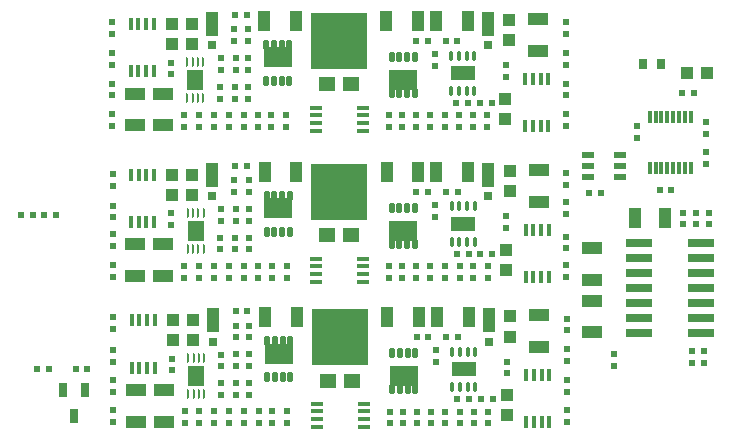
<source format=gbp>
G04 Layer_Color=128*
%FSLAX25Y25*%
%MOIN*%
G70*
G01*
G75*
%ADD12R,0.04331X0.03937*%
%ADD28R,0.02362X0.02362*%
%ADD29R,0.02362X0.02362*%
%ADD72R,0.05709X0.06890*%
G04:AMPARAMS|DCode=73|XSize=9.84mil|YSize=31.5mil|CornerRadius=2.46mil|HoleSize=0mil|Usage=FLASHONLY|Rotation=0.000|XOffset=0mil|YOffset=0mil|HoleType=Round|Shape=RoundedRectangle|*
%AMROUNDEDRECTD73*
21,1,0.00984,0.02658,0,0,0.0*
21,1,0.00492,0.03150,0,0,0.0*
1,1,0.00492,0.00246,-0.01329*
1,1,0.00492,-0.00246,-0.01329*
1,1,0.00492,-0.00246,0.01329*
1,1,0.00492,0.00246,0.01329*
%
%ADD73ROUNDEDRECTD73*%
G04:AMPARAMS|DCode=74|XSize=15.75mil|YSize=43.31mil|CornerRadius=3.94mil|HoleSize=0mil|Usage=FLASHONLY|Rotation=180.000|XOffset=0mil|YOffset=0mil|HoleType=Round|Shape=RoundedRectangle|*
%AMROUNDEDRECTD74*
21,1,0.01575,0.03543,0,0,180.0*
21,1,0.00787,0.04331,0,0,180.0*
1,1,0.00787,-0.00394,0.01772*
1,1,0.00787,0.00394,0.01772*
1,1,0.00787,0.00394,-0.01772*
1,1,0.00787,-0.00394,-0.01772*
%
%ADD74ROUNDEDRECTD74*%
G04:AMPARAMS|DCode=75|XSize=17.72mil|YSize=35.43mil|CornerRadius=4.43mil|HoleSize=0mil|Usage=FLASHONLY|Rotation=180.000|XOffset=0mil|YOffset=0mil|HoleType=Round|Shape=RoundedRectangle|*
%AMROUNDEDRECTD75*
21,1,0.01772,0.02658,0,0,180.0*
21,1,0.00886,0.03543,0,0,180.0*
1,1,0.00886,-0.00443,0.01329*
1,1,0.00886,0.00443,0.01329*
1,1,0.00886,0.00443,-0.01329*
1,1,0.00886,-0.00443,-0.01329*
%
%ADD75ROUNDEDRECTD75*%
%ADD76R,0.09449X0.06693*%
%ADD78R,0.03937X0.04331*%
%ADD79R,0.06693X0.04331*%
%ADD80R,0.04331X0.06693*%
%ADD81R,0.03150X0.03150*%
%ADD82R,0.04331X0.07874*%
%ADD83R,0.18898X0.18701*%
%ADD84R,0.05512X0.05000*%
%ADD85R,0.08465X0.04724*%
G04:AMPARAMS|DCode=86|XSize=13.78mil|YSize=31.5mil|CornerRadius=3.45mil|HoleSize=0mil|Usage=FLASHONLY|Rotation=0.000|XOffset=0mil|YOffset=0mil|HoleType=Round|Shape=RoundedRectangle|*
%AMROUNDEDRECTD86*
21,1,0.01378,0.02461,0,0,0.0*
21,1,0.00689,0.03150,0,0,0.0*
1,1,0.00689,0.00345,-0.01230*
1,1,0.00689,-0.00345,-0.01230*
1,1,0.00689,-0.00345,0.01230*
1,1,0.00689,0.00345,0.01230*
%
%ADD86ROUNDEDRECTD86*%
%ADD87R,0.08661X0.02559*%
G04:AMPARAMS|DCode=88|XSize=11.81mil|YSize=43.31mil|CornerRadius=2.95mil|HoleSize=0mil|Usage=FLASHONLY|Rotation=180.000|XOffset=0mil|YOffset=0mil|HoleType=Round|Shape=RoundedRectangle|*
%AMROUNDEDRECTD88*
21,1,0.01181,0.03740,0,0,180.0*
21,1,0.00591,0.04331,0,0,180.0*
1,1,0.00591,-0.00295,0.01870*
1,1,0.00591,0.00295,0.01870*
1,1,0.00591,0.00295,-0.01870*
1,1,0.00591,-0.00295,-0.01870*
%
%ADD88ROUNDEDRECTD88*%
%ADD89R,0.03937X0.07087*%
%ADD90R,0.03150X0.04724*%
%ADD91R,0.02756X0.03543*%
%ADD92R,0.04134X0.02362*%
G04:AMPARAMS|DCode=93|XSize=15.75mil|YSize=43.31mil|CornerRadius=3.94mil|HoleSize=0mil|Usage=FLASHONLY|Rotation=90.000|XOffset=0mil|YOffset=0mil|HoleType=Round|Shape=RoundedRectangle|*
%AMROUNDEDRECTD93*
21,1,0.01575,0.03543,0,0,90.0*
21,1,0.00787,0.04331,0,0,90.0*
1,1,0.00787,0.01772,0.00394*
1,1,0.00787,0.01772,-0.00394*
1,1,0.00787,-0.01772,-0.00394*
1,1,0.00787,-0.01772,0.00394*
%
%ADD93ROUNDEDRECTD93*%
D12*
X246850Y128917D02*
D03*
X240158D02*
D03*
D28*
X167717Y20276D02*
D03*
X163779D02*
D03*
X175591D02*
D03*
X171653D02*
D03*
X150020Y89446D02*
D03*
X153957D02*
D03*
X175394Y68701D02*
D03*
X171457D02*
D03*
X25886Y81870D02*
D03*
X29823D02*
D03*
X22244D02*
D03*
X18307D02*
D03*
X207776Y89095D02*
D03*
X211713D02*
D03*
X241929Y36496D02*
D03*
X245866D02*
D03*
Y32559D02*
D03*
X241929D02*
D03*
X163484Y118996D02*
D03*
X167421D02*
D03*
X167520Y68701D02*
D03*
X163583D02*
D03*
X163779Y139764D02*
D03*
X159843D02*
D03*
X159921Y89547D02*
D03*
X163858D02*
D03*
X164055Y41122D02*
D03*
X160118D02*
D03*
X231201Y90039D02*
D03*
X235138D02*
D03*
X93504Y148504D02*
D03*
X89567D02*
D03*
X89665Y98209D02*
D03*
X93602D02*
D03*
X93799Y49784D02*
D03*
X89862D02*
D03*
X171358Y118996D02*
D03*
X175295D02*
D03*
X153858Y139741D02*
D03*
X149921D02*
D03*
X150216Y41021D02*
D03*
X154154D02*
D03*
X36516Y30394D02*
D03*
X40453D02*
D03*
X27559Y30413D02*
D03*
X23622D02*
D03*
X242618Y122323D02*
D03*
X238681D02*
D03*
D29*
X97464Y60748D02*
D03*
Y64685D02*
D03*
X145450Y64646D02*
D03*
Y60709D02*
D03*
X141119D02*
D03*
Y64646D02*
D03*
X106791Y114961D02*
D03*
Y111024D02*
D03*
X106890Y60728D02*
D03*
Y64665D02*
D03*
X107087Y16240D02*
D03*
Y12303D02*
D03*
X247638Y82559D02*
D03*
Y78622D02*
D03*
X243307D02*
D03*
Y82559D02*
D03*
X238976D02*
D03*
Y78622D02*
D03*
X94072Y124488D02*
D03*
Y120551D02*
D03*
X94367Y70256D02*
D03*
Y74193D02*
D03*
Y25768D02*
D03*
Y21831D02*
D03*
X94072Y139646D02*
D03*
Y143583D02*
D03*
X94269Y93287D02*
D03*
Y89350D02*
D03*
X94367Y40925D02*
D03*
Y44862D02*
D03*
X94095Y133957D02*
D03*
Y130020D02*
D03*
X94193Y79724D02*
D03*
Y83661D02*
D03*
X94390Y35236D02*
D03*
Y31299D02*
D03*
X89249Y139646D02*
D03*
Y143583D02*
D03*
X89446Y93287D02*
D03*
Y89350D02*
D03*
X90135Y40925D02*
D03*
Y44862D02*
D03*
X101794Y114980D02*
D03*
Y111043D02*
D03*
X101893Y60748D02*
D03*
Y64685D02*
D03*
X102090Y16260D02*
D03*
Y12323D02*
D03*
X48819Y142008D02*
D03*
Y145945D02*
D03*
X48917Y95256D02*
D03*
Y91319D02*
D03*
X49114Y43681D02*
D03*
Y47618D02*
D03*
X68284Y128622D02*
D03*
Y132559D02*
D03*
X68383Y82264D02*
D03*
Y78327D02*
D03*
X68580Y29902D02*
D03*
Y33839D02*
D03*
X84721Y124488D02*
D03*
Y120551D02*
D03*
X84820Y70256D02*
D03*
Y74193D02*
D03*
X85017Y25768D02*
D03*
Y21831D02*
D03*
X72601Y111102D02*
D03*
Y115039D02*
D03*
X72699Y64744D02*
D03*
Y60807D02*
D03*
X72896Y12382D02*
D03*
Y16319D02*
D03*
X154631Y114941D02*
D03*
Y111004D02*
D03*
X154730Y60709D02*
D03*
Y64646D02*
D03*
X154927Y16220D02*
D03*
Y12284D02*
D03*
X164460Y114941D02*
D03*
Y111004D02*
D03*
X164558Y60709D02*
D03*
Y64646D02*
D03*
X164755Y16220D02*
D03*
Y12284D02*
D03*
X159496Y111004D02*
D03*
Y114941D02*
D03*
X159595Y64646D02*
D03*
Y60709D02*
D03*
X159792Y12284D02*
D03*
Y16220D02*
D03*
X173796Y114941D02*
D03*
Y111004D02*
D03*
X173895Y60709D02*
D03*
Y64646D02*
D03*
X174091Y16220D02*
D03*
Y12284D02*
D03*
X145351Y114941D02*
D03*
Y111004D02*
D03*
X145647Y12284D02*
D03*
Y16220D02*
D03*
X180020Y127638D02*
D03*
Y131575D02*
D03*
X180118Y81279D02*
D03*
Y77342D02*
D03*
X180315Y28917D02*
D03*
Y32854D02*
D03*
X87519Y111102D02*
D03*
Y115039D02*
D03*
X87618Y64744D02*
D03*
Y60807D02*
D03*
X87815Y12382D02*
D03*
Y16319D02*
D03*
X82514Y111102D02*
D03*
Y115039D02*
D03*
X82612Y64744D02*
D03*
Y60807D02*
D03*
X82809Y12382D02*
D03*
Y16319D02*
D03*
X200000Y115335D02*
D03*
Y111398D02*
D03*
X200098Y61102D02*
D03*
Y65039D02*
D03*
X200295Y16614D02*
D03*
Y12677D02*
D03*
X97365Y114980D02*
D03*
Y111043D02*
D03*
X97660Y12323D02*
D03*
Y16260D02*
D03*
X141021Y114941D02*
D03*
Y111004D02*
D03*
X141316Y12284D02*
D03*
Y16220D02*
D03*
X89643Y120551D02*
D03*
Y124488D02*
D03*
X89741Y74193D02*
D03*
Y70256D02*
D03*
X90135Y21831D02*
D03*
Y25768D02*
D03*
X48819Y111398D02*
D03*
Y115335D02*
D03*
X48917Y65039D02*
D03*
Y61102D02*
D03*
X49114Y12677D02*
D03*
Y16614D02*
D03*
X48819Y125538D02*
D03*
Y121601D02*
D03*
X48917Y71306D02*
D03*
Y75243D02*
D03*
X49114Y26818D02*
D03*
Y22881D02*
D03*
X89839Y130098D02*
D03*
Y134035D02*
D03*
X89938Y83740D02*
D03*
Y79803D02*
D03*
X90135Y31378D02*
D03*
Y35315D02*
D03*
X48819Y135741D02*
D03*
Y131805D02*
D03*
X48917Y80919D02*
D03*
Y84856D02*
D03*
X49114Y36824D02*
D03*
Y32887D02*
D03*
X92525Y111102D02*
D03*
Y115039D02*
D03*
X92624Y64744D02*
D03*
Y60807D02*
D03*
X92820Y12382D02*
D03*
Y16319D02*
D03*
X84842Y133937D02*
D03*
Y130000D02*
D03*
X84842Y79705D02*
D03*
Y83642D02*
D03*
X85039Y35217D02*
D03*
Y31280D02*
D03*
X200000Y145945D02*
D03*
Y142008D02*
D03*
X200098Y91713D02*
D03*
Y95650D02*
D03*
X200295Y47224D02*
D03*
Y43287D02*
D03*
X77508Y115039D02*
D03*
Y111102D02*
D03*
X77607Y60807D02*
D03*
Y64744D02*
D03*
X77803Y16319D02*
D03*
Y12382D02*
D03*
X149963Y114941D02*
D03*
Y111004D02*
D03*
X150062Y60709D02*
D03*
Y64646D02*
D03*
X150259Y16220D02*
D03*
Y12284D02*
D03*
X169030Y114941D02*
D03*
Y111004D02*
D03*
X169128Y60709D02*
D03*
Y64646D02*
D03*
X169325Y16220D02*
D03*
Y12284D02*
D03*
X200000Y135741D02*
D03*
Y131805D02*
D03*
X200098Y82198D02*
D03*
Y86135D02*
D03*
X200295Y37021D02*
D03*
Y33084D02*
D03*
X156322Y131417D02*
D03*
Y135354D02*
D03*
X156420Y85059D02*
D03*
Y81122D02*
D03*
X156617Y32697D02*
D03*
Y36634D02*
D03*
X200000Y121601D02*
D03*
Y125538D02*
D03*
X200098Y74554D02*
D03*
Y70617D02*
D03*
X200295Y22881D02*
D03*
Y26818D02*
D03*
X246555Y112579D02*
D03*
Y108642D02*
D03*
Y102736D02*
D03*
Y98799D02*
D03*
X223524Y107362D02*
D03*
Y111299D02*
D03*
X215945Y31476D02*
D03*
Y35413D02*
D03*
D72*
X76454Y126752D02*
D03*
X76552Y76457D02*
D03*
X76749Y28032D02*
D03*
D73*
X79111Y132658D02*
D03*
X77340D02*
D03*
X75568D02*
D03*
X73796D02*
D03*
Y120846D02*
D03*
X75568D02*
D03*
X77340D02*
D03*
X79111D02*
D03*
X79210Y70551D02*
D03*
X77438D02*
D03*
X75666D02*
D03*
X73895D02*
D03*
Y82362D02*
D03*
X75666D02*
D03*
X77438D02*
D03*
X79210D02*
D03*
X79406Y33937D02*
D03*
X77635D02*
D03*
X75863D02*
D03*
X74091D02*
D03*
Y22126D02*
D03*
X75863D02*
D03*
X77635D02*
D03*
X79406D02*
D03*
D74*
X194147Y111299D02*
D03*
X191588D02*
D03*
X189029D02*
D03*
X186470D02*
D03*
X194147Y127047D02*
D03*
X191588D02*
D03*
X189029D02*
D03*
X186470D02*
D03*
X186569Y76752D02*
D03*
X189128D02*
D03*
X191687D02*
D03*
X194246D02*
D03*
X186569Y61004D02*
D03*
X189128D02*
D03*
X191687D02*
D03*
X194246D02*
D03*
X62598Y129606D02*
D03*
X60039D02*
D03*
X57480D02*
D03*
X54921D02*
D03*
X62598Y145354D02*
D03*
X60039D02*
D03*
X57480D02*
D03*
X54921D02*
D03*
X55020Y95059D02*
D03*
X57579D02*
D03*
X60138D02*
D03*
X62697D02*
D03*
X55020Y79311D02*
D03*
X57579D02*
D03*
X60138D02*
D03*
X62697D02*
D03*
X62894Y30886D02*
D03*
X60335D02*
D03*
X57776D02*
D03*
X55216D02*
D03*
X62894Y46634D02*
D03*
X60335D02*
D03*
X57776D02*
D03*
X55216D02*
D03*
X194443Y12579D02*
D03*
X191884D02*
D03*
X189325D02*
D03*
X186766D02*
D03*
X194443Y28327D02*
D03*
X191884D02*
D03*
X189325D02*
D03*
X186766D02*
D03*
D75*
X141831Y134429D02*
D03*
X144390D02*
D03*
X146949D02*
D03*
X149508D02*
D03*
Y122421D02*
D03*
X146949D02*
D03*
X144390D02*
D03*
X141831D02*
D03*
X141929Y84134D02*
D03*
X144488D02*
D03*
X147047D02*
D03*
X149606D02*
D03*
Y72126D02*
D03*
X147047D02*
D03*
X144488D02*
D03*
X141929D02*
D03*
X142126Y35709D02*
D03*
X144685D02*
D03*
X147244D02*
D03*
X149803D02*
D03*
Y23701D02*
D03*
X147244D02*
D03*
X144685D02*
D03*
X142126D02*
D03*
X108071Y27736D02*
D03*
X105512D02*
D03*
X102953D02*
D03*
X100394D02*
D03*
Y39744D02*
D03*
X102953D02*
D03*
X105512D02*
D03*
X108071D02*
D03*
X107874Y76161D02*
D03*
X105315D02*
D03*
X102756D02*
D03*
X100197D02*
D03*
Y88169D02*
D03*
X102756D02*
D03*
X105315D02*
D03*
X107874D02*
D03*
X107776Y126457D02*
D03*
X105217D02*
D03*
X102657D02*
D03*
X100098D02*
D03*
Y138465D02*
D03*
X102657D02*
D03*
X105217D02*
D03*
X107776D02*
D03*
D76*
X145669Y126654D02*
D03*
X145768Y76358D02*
D03*
X145965Y27933D02*
D03*
X104232Y35512D02*
D03*
X104035Y83937D02*
D03*
X103937Y134232D02*
D03*
D78*
X75273Y145453D02*
D03*
Y138760D02*
D03*
X181080Y146634D02*
D03*
Y139941D02*
D03*
X179777Y120354D02*
D03*
Y113661D02*
D03*
X68580Y138661D02*
D03*
Y145354D02*
D03*
X75371Y95157D02*
D03*
Y88465D02*
D03*
X181178Y96339D02*
D03*
Y89646D02*
D03*
X179876Y70059D02*
D03*
Y63366D02*
D03*
X68678Y88366D02*
D03*
Y95059D02*
D03*
X181375Y47913D02*
D03*
Y41221D02*
D03*
X68875Y39941D02*
D03*
Y46634D02*
D03*
X180270Y21634D02*
D03*
Y14941D02*
D03*
X75568Y46732D02*
D03*
Y40039D02*
D03*
D79*
X56299Y111594D02*
D03*
Y122224D02*
D03*
X190725Y147126D02*
D03*
Y136496D02*
D03*
X65650Y111594D02*
D03*
Y122224D02*
D03*
X56398Y61299D02*
D03*
Y71929D02*
D03*
X190824Y96831D02*
D03*
Y86201D02*
D03*
X65748Y61299D02*
D03*
Y71929D02*
D03*
X191021Y48406D02*
D03*
Y37776D02*
D03*
X56595Y12874D02*
D03*
Y23504D02*
D03*
X65945Y12874D02*
D03*
Y23504D02*
D03*
X208661Y70846D02*
D03*
Y60216D02*
D03*
Y42598D02*
D03*
Y53228D02*
D03*
D80*
X99410Y146437D02*
D03*
X110039D02*
D03*
X99508Y96142D02*
D03*
X110138D02*
D03*
X150984Y47618D02*
D03*
X140354D02*
D03*
X150787Y96043D02*
D03*
X140157D02*
D03*
X150689Y146339D02*
D03*
X140059D02*
D03*
X99705Y47717D02*
D03*
X110335D02*
D03*
X167618Y47618D02*
D03*
X156988D02*
D03*
X167421Y96043D02*
D03*
X156791D02*
D03*
X167323Y146339D02*
D03*
X156693D02*
D03*
D81*
X173895Y138268D02*
D03*
X81867D02*
D03*
X173993Y87972D02*
D03*
X81965D02*
D03*
X82162Y39547D02*
D03*
X174190D02*
D03*
D82*
X173993Y145453D02*
D03*
X81965D02*
D03*
X174091Y95157D02*
D03*
X82064D02*
D03*
X82261Y46732D02*
D03*
X174288D02*
D03*
D83*
X124584Y40925D02*
D03*
X124387Y89350D02*
D03*
X124288Y139646D02*
D03*
D84*
X128678Y26555D02*
D03*
X120489D02*
D03*
X128481Y74980D02*
D03*
X120292D02*
D03*
X128383Y125276D02*
D03*
X120194D02*
D03*
D85*
X165945Y30315D02*
D03*
X165748Y78740D02*
D03*
X165650Y128937D02*
D03*
D86*
X169783Y36220D02*
D03*
X167224D02*
D03*
X164665D02*
D03*
X162106D02*
D03*
Y24409D02*
D03*
X164665D02*
D03*
X167224D02*
D03*
X169783D02*
D03*
X169587Y84646D02*
D03*
X167028D02*
D03*
X164469D02*
D03*
X161909D02*
D03*
Y72835D02*
D03*
X164469D02*
D03*
X167028D02*
D03*
X169587D02*
D03*
X169488Y134843D02*
D03*
X166929D02*
D03*
X164370D02*
D03*
X161811D02*
D03*
Y123031D02*
D03*
X164370D02*
D03*
X166929D02*
D03*
X169488D02*
D03*
D87*
X244882Y72362D02*
D03*
Y67362D02*
D03*
Y62362D02*
D03*
Y57362D02*
D03*
Y52362D02*
D03*
Y47362D02*
D03*
Y42362D02*
D03*
X224410Y72362D02*
D03*
Y67362D02*
D03*
Y62362D02*
D03*
Y57362D02*
D03*
Y52362D02*
D03*
Y47362D02*
D03*
Y42362D02*
D03*
D88*
X233760Y97323D02*
D03*
X231791D02*
D03*
X229823D02*
D03*
X227854D02*
D03*
X235728D02*
D03*
X237697D02*
D03*
X239665D02*
D03*
X241634D02*
D03*
X227854Y114547D02*
D03*
X229823D02*
D03*
X233760D02*
D03*
X231791D02*
D03*
X237697D02*
D03*
X235728D02*
D03*
X241634D02*
D03*
X239665D02*
D03*
D89*
X223031Y80590D02*
D03*
X232874D02*
D03*
D90*
X32185Y23307D02*
D03*
X39665D02*
D03*
X35925Y14645D02*
D03*
D91*
X225787Y131968D02*
D03*
X231693D02*
D03*
D92*
X207283Y101850D02*
D03*
Y98110D02*
D03*
Y94370D02*
D03*
X217913D02*
D03*
Y98110D02*
D03*
Y101850D02*
D03*
D93*
X116831Y11122D02*
D03*
Y13681D02*
D03*
Y16240D02*
D03*
Y18799D02*
D03*
X132579Y11122D02*
D03*
Y13681D02*
D03*
Y16240D02*
D03*
Y18799D02*
D03*
X116634Y59547D02*
D03*
Y62106D02*
D03*
Y64665D02*
D03*
Y67224D02*
D03*
X132382Y59547D02*
D03*
Y62106D02*
D03*
Y64665D02*
D03*
Y67224D02*
D03*
X116535Y109843D02*
D03*
Y112402D02*
D03*
Y114961D02*
D03*
Y117520D02*
D03*
X132283Y109843D02*
D03*
Y112402D02*
D03*
Y114961D02*
D03*
Y117520D02*
D03*
M02*

</source>
